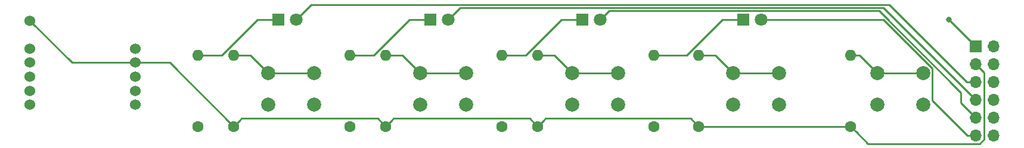
<source format=gtl>
G04 #@! TF.GenerationSoftware,KiCad,Pcbnew,7.0.7*
G04 #@! TF.CreationDate,2023-09-28T15:47:22-05:00*
G04 #@! TF.ProjectId,iowa-rover-kiosk-programmer,696f7761-2d72-46f7-9665-722d6b696f73,rev?*
G04 #@! TF.SameCoordinates,Original*
G04 #@! TF.FileFunction,Copper,L1,Top*
G04 #@! TF.FilePolarity,Positive*
%FSLAX46Y46*%
G04 Gerber Fmt 4.6, Leading zero omitted, Abs format (unit mm)*
G04 Created by KiCad (PCBNEW 7.0.7) date 2023-09-28 15:47:22*
%MOMM*%
%LPD*%
G01*
G04 APERTURE LIST*
G04 #@! TA.AperFunction,ComponentPad*
%ADD10R,1.800000X1.800000*%
G04 #@! TD*
G04 #@! TA.AperFunction,ComponentPad*
%ADD11C,1.800000*%
G04 #@! TD*
G04 #@! TA.AperFunction,ComponentPad*
%ADD12C,1.600000*%
G04 #@! TD*
G04 #@! TA.AperFunction,ComponentPad*
%ADD13O,1.600000X1.600000*%
G04 #@! TD*
G04 #@! TA.AperFunction,ComponentPad*
%ADD14C,2.000000*%
G04 #@! TD*
G04 #@! TA.AperFunction,ComponentPad*
%ADD15C,1.524000*%
G04 #@! TD*
G04 #@! TA.AperFunction,ComponentPad*
%ADD16R,1.700000X1.700000*%
G04 #@! TD*
G04 #@! TA.AperFunction,ComponentPad*
%ADD17O,1.700000X1.700000*%
G04 #@! TD*
G04 #@! TA.AperFunction,ViaPad*
%ADD18C,0.800000*%
G04 #@! TD*
G04 #@! TA.AperFunction,Conductor*
%ADD19C,0.250000*%
G04 #@! TD*
G04 APERTURE END LIST*
D10*
X110490000Y-73660000D03*
D11*
X113030000Y-73660000D03*
D10*
X132080000Y-73660000D03*
D11*
X134620000Y-73660000D03*
D10*
X153670000Y-73660000D03*
D11*
X156210000Y-73660000D03*
D10*
X176530000Y-73660000D03*
D11*
X179070000Y-73660000D03*
D12*
X99060000Y-88900000D03*
D13*
X99060000Y-78740000D03*
D12*
X142240000Y-88900000D03*
D13*
X142240000Y-78740000D03*
D12*
X104140000Y-88900000D03*
D13*
X104140000Y-78740000D03*
D14*
X109070000Y-81280000D03*
X115570000Y-81280000D03*
X109070000Y-85780000D03*
X115570000Y-85780000D03*
D15*
X90170000Y-77820000D03*
X90170000Y-79820000D03*
X90170000Y-81820000D03*
X90170000Y-83820000D03*
X90170000Y-85820000D03*
X75170000Y-85820000D03*
X75170000Y-83820000D03*
X75170000Y-81820000D03*
X75170000Y-79820000D03*
X75170000Y-77820000D03*
X75170000Y-73820000D03*
D16*
X209550000Y-77470000D03*
D17*
X212090000Y-77470000D03*
X209550000Y-80010000D03*
X212090000Y-80010000D03*
X209550000Y-82550000D03*
X212090000Y-82550000D03*
X209550000Y-85090000D03*
X212090000Y-85090000D03*
X209550000Y-87630000D03*
X212090000Y-87630000D03*
X209550000Y-90170000D03*
X212090000Y-90170000D03*
D12*
X120650000Y-88900000D03*
D13*
X120650000Y-78740000D03*
D12*
X147320000Y-88900000D03*
D13*
X147320000Y-78740000D03*
D14*
X195580000Y-81280000D03*
X202080000Y-81280000D03*
X195580000Y-85780000D03*
X202080000Y-85780000D03*
D12*
X191770000Y-88900000D03*
D13*
X191770000Y-78740000D03*
D14*
X152250000Y-81280000D03*
X158750000Y-81280000D03*
X152250000Y-85780000D03*
X158750000Y-85780000D03*
X130660000Y-81280000D03*
X137160000Y-81280000D03*
X130660000Y-85780000D03*
X137160000Y-85780000D03*
X175110000Y-81280000D03*
X181610000Y-81280000D03*
X175110000Y-85780000D03*
X181610000Y-85780000D03*
D12*
X125730000Y-88900000D03*
D13*
X125730000Y-78740000D03*
D12*
X163830000Y-88900000D03*
D13*
X163830000Y-78740000D03*
D12*
X170180000Y-88900000D03*
D13*
X170180000Y-78740000D03*
D18*
X205740000Y-73660000D03*
D19*
X107554998Y-73660000D02*
X109340000Y-73660000D01*
X102474998Y-78740000D02*
X107554998Y-73660000D01*
X109340000Y-73660000D02*
X110490000Y-73660000D01*
X99060000Y-78740000D02*
X102474998Y-78740000D01*
X113929999Y-72760001D02*
X113030000Y-73660000D01*
X209550000Y-82550000D02*
X208280000Y-82550000D01*
X197264979Y-71534979D02*
X115155021Y-71534979D01*
X208280000Y-82550000D02*
X197264979Y-71534979D01*
X115155021Y-71534979D02*
X113929999Y-72760001D01*
X196444989Y-71984989D02*
X136295011Y-71984989D01*
X136295011Y-71984989D02*
X135519999Y-72760001D01*
X135519999Y-72760001D02*
X134620000Y-73660000D01*
X209550000Y-85090000D02*
X196444989Y-71984989D01*
X124064998Y-78740000D02*
X129144998Y-73660000D01*
X130930000Y-73660000D02*
X132080000Y-73660000D01*
X120650000Y-78740000D02*
X124064998Y-78740000D01*
X129144998Y-73660000D02*
X130930000Y-73660000D01*
X145654998Y-78740000D02*
X150734998Y-73660000D01*
X142240000Y-78740000D02*
X145654998Y-78740000D01*
X152520000Y-73660000D02*
X153670000Y-73660000D01*
X150734998Y-73660000D02*
X152520000Y-73660000D01*
X209550000Y-87630000D02*
X207460009Y-85540009D01*
X207460009Y-85540009D02*
X207460009Y-84062597D01*
X207460009Y-84062597D02*
X195832411Y-72434999D01*
X195832411Y-72434999D02*
X157435001Y-72434999D01*
X157435001Y-72434999D02*
X157109999Y-72760001D01*
X157109999Y-72760001D02*
X156210000Y-73660000D01*
X203405001Y-80643999D02*
X196421002Y-73660000D01*
X208347919Y-90170000D02*
X203405001Y-85227082D01*
X180342792Y-73660000D02*
X179070000Y-73660000D01*
X203405001Y-85227082D02*
X203405001Y-80643999D01*
X209550000Y-90170000D02*
X208347919Y-90170000D01*
X196421002Y-73660000D02*
X180342792Y-73660000D01*
X173594998Y-73660000D02*
X175380000Y-73660000D01*
X163830000Y-78740000D02*
X168514998Y-78740000D01*
X168514998Y-78740000D02*
X173594998Y-73660000D01*
X175380000Y-73660000D02*
X176530000Y-73660000D01*
X209550000Y-77470000D02*
X205740000Y-73660000D01*
X109070000Y-81280000D02*
X115570000Y-81280000D01*
X104140000Y-78740000D02*
X106530000Y-78740000D01*
X106530000Y-78740000D02*
X109070000Y-81280000D01*
X104939999Y-88100001D02*
X104140000Y-88900000D01*
X147320000Y-88900000D02*
X146194999Y-87774999D01*
X126529999Y-88100001D02*
X125730000Y-88900000D01*
X209550000Y-80010000D02*
X210725001Y-81185001D01*
X148119999Y-88100001D02*
X147320000Y-88900000D01*
X105265001Y-87774999D02*
X104939999Y-88100001D01*
X170180000Y-88900000D02*
X169054999Y-87774999D01*
X194215001Y-91345001D02*
X192569999Y-89699999D01*
X210725001Y-90734001D02*
X210114001Y-91345001D01*
X125730000Y-88900000D02*
X124604999Y-87774999D01*
X192569999Y-89699999D02*
X191770000Y-88900000D01*
X95060000Y-79820000D02*
X90170000Y-79820000D01*
X191770000Y-88900000D02*
X170180000Y-88900000D01*
X148445001Y-87774999D02*
X148119999Y-88100001D01*
X169054999Y-87774999D02*
X148445001Y-87774999D01*
X90170000Y-79820000D02*
X81170000Y-79820000D01*
X81170000Y-79820000D02*
X75170000Y-73820000D01*
X210114001Y-91345001D02*
X194215001Y-91345001D01*
X124604999Y-87774999D02*
X105265001Y-87774999D01*
X146194999Y-87774999D02*
X126855001Y-87774999D01*
X126855001Y-87774999D02*
X126529999Y-88100001D01*
X210725001Y-81185001D02*
X210725001Y-90734001D01*
X104140000Y-88900000D02*
X95060000Y-79820000D01*
X128120000Y-78740000D02*
X130660000Y-81280000D01*
X125730000Y-78740000D02*
X128120000Y-78740000D01*
X130660000Y-81280000D02*
X137160000Y-81280000D01*
X149710000Y-78740000D02*
X152250000Y-81280000D01*
X152250000Y-81280000D02*
X158750000Y-81280000D01*
X147320000Y-78740000D02*
X149710000Y-78740000D01*
X175110000Y-81280000D02*
X181610000Y-81280000D01*
X172570000Y-78740000D02*
X175110000Y-81280000D01*
X170180000Y-78740000D02*
X172570000Y-78740000D01*
X193040000Y-78740000D02*
X195580000Y-81280000D01*
X191770000Y-78740000D02*
X193040000Y-78740000D01*
X195580000Y-81280000D02*
X202080000Y-81280000D01*
M02*

</source>
